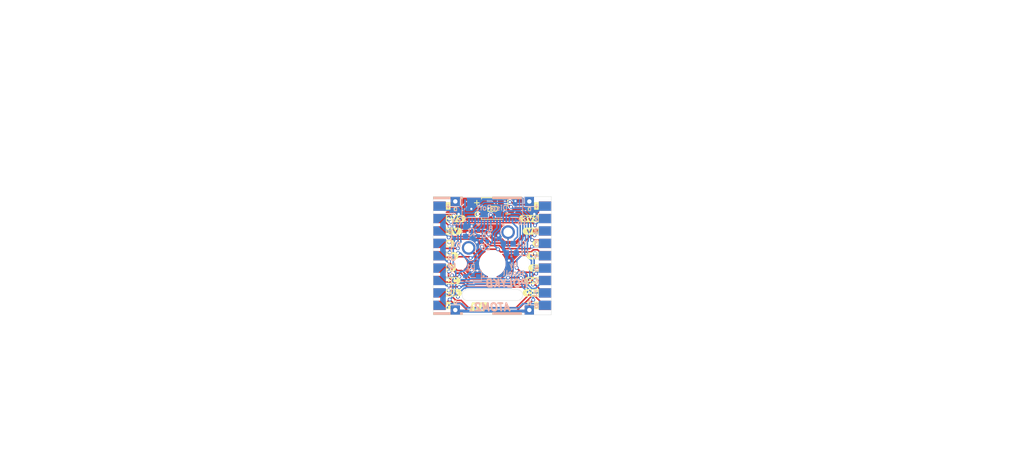
<source format=kicad_pcb>
(kicad_pcb (version 20211014) (generator pcbnew)
  (title_block (title "PolyKB Atom") (date "2022-02-01") (rev "2.1") (company "thpoll"))
  (layers (0 "F.Cu" signal) (31 "B.Cu" signal) (34 "B.Paste" user) (35 "F.Paste" user) (36 "B.SilkS" user "B.Silkscreen") (37 "F.SilkS" user "F.Silkscreen") (38 "B.Mask" user) (39 "F.Mask" user) (44 "Edge.Cuts" user))
  (net 0 "")
  (net 1 "/Keyboard/sheet605ED2EB/GND")
  (net 2 "/Keyboard/sheet605ED2EB/3V3")
  (net 3 "/Keyboard/sheet605ED2EB/4V2")
  (net 4 "Net-(C4-Pad1)")
  (net 5 "Net-(C5-Pad2)")
  (net 6 "Net-(C5-Pad1)")
  (net 7 "Net-(C6-Pad2)")
  (net 8 "Net-(C6-Pad1)")
  (net 9 "/Keyboard/sheet605ED2EB/CS")
  (net 10 "/Keyboard/sheet605ED2EB/RESET")
  (net 11 "/Keyboard/sheet605ED2EB/D-C")
  (net 12 "/Keyboard/sheet605ED2EB/SCLK")
  (net 13 "/Keyboard/sheet605ED2EB/SDIN")
  (net 14 "/Keyboard/sheet605ED2EB/LED_DIN")
  (net 15 "/Keyboard/sheet605ED2EB/5V")
  (net 16 "Net-(D1-Pad2)")
  (net 17 "/Keyboard/sheet605ED2EB/KeyRow")
  (net 18 "/Keyboard/sheet605ED2EB/KeyCol")
  (net 19 "CS8")
  (net 20 "CS7")
  (net 21 "CS6")
  (net 22 "CS5")
  (net 23 "CS4")
  (net 24 "CS3")
  (net 25 "CS2")
  (net 26 "CS1")
  (net 27 "Net-(C1-Pad1)")
  (footprint "poly_kb:AtomConnect2" (layer "F.Cu") (at 93.218 63.6778 -90)
    (fp_text reference "J3" hide)
    (fp_text value "WestFront")
  )
  (footprint "poly_kb:AtomConnect2" (layer "F.Cu") (at 110.236 63.6778 -90)
    (fp_text reference "J4" hide)
    (fp_text value "EastFront")
  )
  (footprint "poly_kb:WS2812B-Mini" (layer "F.Cu") (at 101.727 56.0578)
    (fp_text reference "LED1" hide)
    (fp_text value "LED")
  )
  (footprint "poly_kb:SW_Cherry_MX_1.00u_PCB_NoSilk" (layer "F.Cu") (at 104.267 59.8678)
    (fp_text reference "SW1" hide)
    (fp_text value "SW_Push")
  )
  (footprint "poly_kb:TestPoin_1.5x1.5mm_Drill0.7mm" (layer "F.Cu") (at 107.696 54.9148)
    (fp_text reference "J2" hide)
    (fp_text value "North")
  )
  (footprint "poly_kb:TestPoin_1.5x1.5mm_Drill0.7mm" (layer "F.Cu") (at 95.758 54.9148)
    (fp_text reference "J8" hide)
    (fp_text value "North2")
  )
  (footprint "poly_kb:TestPoin_1.5x1.5mm_Drill0.7mm" (layer "F.Cu") (at 107.696 72.4408)
    (fp_text reference "J9" hide)
    (fp_text value "South2")
  )
  (footprint "poly_kb:TestPoin_1.5x1.5mm_Drill0.7mm" (layer "F.Cu") (at 95.758 72.4408)
    (fp_text reference "J7" hide)
    (fp_text value "South")
  )
  (footprint "kibuzzard-61EFD908" (layer "F.Cu") (at 94.615 71.7042)
    (fp_text reference "kibuzzard-61EFD908" hide)
    (fp_text value "G***" hide)
  )
  (footprint "kibuzzard-61EFDD1E" (layer "F.Cu") (at 99.441 71.9328)
    (fp_text reference "kibuzzard-61EFDD1E" hide)
    (fp_text value "G***" hide)
  )
  (footprint "kibuzzard-61EFBE87" (layer "F.Cu") (at 96.0374 59.7154)
    (fp_text reference "kibuzzard-61EFBE87" hide)
    (fp_text value "G***" hide)
  )
  (footprint "kibuzzard-61EFDAC6" (layer "F.Cu") (at 108.7882 61.6966)
    (fp_text reference "kibuzzard-61EFDAC6" hide)
    (fp_text value "G***" hide)
  )
  (footprint "kibuzzard-61EFBE2C" (layer "F.Cu") (at 95.4278 67.691)
    (fp_text reference "kibuzzard-61EFBE2C" hide)
    (fp_text value "G***" hide)
  )
  (footprint "kibuzzard-61EFD947" (layer "F.Cu") (at 108.839 55.6514)
    (fp_text reference "kibuzzard-61EFD947" hide)
    (fp_text value "G***" hide)
  )
  (footprint "kibuzzard-61EFA8F1" (layer "F.Cu") (at 107.9246 69.6722)
    (fp_text reference "kibuzzard-61EFA8F1" hide)
    (fp_text value "G***" hide)
  )
  (footprint "kibuzzard-61EFDAA0" (layer "F.Cu") (at 94.9706 61.6966)
    (fp_text reference "kibuzzard-61EFDAA0" hide)
    (fp_text value "G***" hide)
  )
  (footprint "kibuzzard-61EFD7F9" (layer "F.Cu") (at 108.3818 65.659)
    (fp_text reference "kibuzzard-61EFD7F9" hide)
    (fp_text value "G***" hide)
  )
  (footprint "kibuzzard-61EFD863" (layer "F.Cu") (at 107.6198 57.6834)
    (fp_text reference "kibuzzard-61EFD863" hide)
    (fp_text value "G***" hide)
  )
  (footprint "kibuzzard-61EFD879" (layer "F.Cu") (at 95.844 57.6906)
    (fp_text reference "kibuzzard-61EFD879" hide)
    (fp_text value "G***" hide)
  )
  (footprint "kibuzzard-61EFD908" (layer "F.Cu") (at 108.839 71.7042)
    (fp_text reference "kibuzzard-61EFD908" hide)
    (fp_text value "G***" hide)
  )
  (footprint "kibuzzard-61EFACF9" (layer "F.Cu") (at 107.4166 59.7154)
    (fp_text reference "kibuzzard-61EFACF9" hide)
    (fp_text value "G***" hide)
  )
  (footprint "kibuzzard-61EFDAEE" (layer "F.Cu") (at 95.254239 63.677507)
    (fp_text reference "kibuzzard-61EFDAEE" hide)
    (fp_text value "G***" hide)
  )
  (footprint "kibuzzard-61EFBE21" (layer "F.Cu") (at 95.0722 65.659)
    (fp_text reference "kibuzzard-61EFBE21" hide)
    (fp_text value "G***" hide)
  )
  (footprint "kibuzzard-61EFABBF" (layer "F.Cu") (at 108.0262 67.691)
    (fp_text reference "kibuzzard-61EFABBF" hide)
    (fp_text value "G***" hide)
  )
  (footprint "kibuzzard-61EFD947" (layer "F.Cu") (at 94.615 55.6514)
    (fp_text reference "kibuzzard-61EFD947" hide)
    (fp_text value "G***" hide)
  )
  (footprint "kibuzzard-61EFBE3D" (layer "F.Cu") (at 95.5294 69.6722)
    (fp_text reference "kibuzzard-61EFBE3D" hide)
    (fp_text value "G***" hide)
  )
  (footprint "kibuzzard-61EFAA6D" (layer "F.Cu") (at 108.2294 63.6778)
    (fp_text reference "kibuzzard-61EFAA6D" hide)
    (fp_text value "G***" hide)
  )
  (footprint "Capacitor_SMD:C_0603_1608Metric" (layer "B.Cu") (at 104.802 63.2528 180)
    (fp_text reference "C1")
    (fp_text value "2.2uF")
  )
  (footprint "Capacitor_SMD:C_0603_1608Metric" (layer "B.Cu") (at 97.409 59.8046 90)
    (fp_text reference "C2")
    (fp_text value "2.2uF")
  )
  (footprint "Capacitor_SMD:C_0402_1005Metric" (layer "B.Cu") (at 95.123 56.9468 90)
    (fp_text reference "C3" hide)
    (fp_text value "1uF")
  )
  (footprint "Capacitor_SMD:C_0603_1608Metric" (layer "B.Cu") (at 104.302 61.7528 180)
    (fp_text reference "C4")
    (fp_text value "4.7uF")
  )
  (footprint "Capacitor_SMD:C_0402_1005Metric" (layer "B.Cu") (at 99.4918 60.0176 90)
    (fp_text reference "C5")
    (fp_text value "1uF")
  )
  (footprint "Capacitor_SMD:C_0402_1005Metric" (layer "B.Cu") (at 100.457 61.3918)
    (fp_text reference "C6")
    (fp_text value "1uF")
  )
  (footprint "poly_kb:D_SOD-323Ext" (layer "B.Cu") (at 98.425 66.9528 180)
    (fp_text reference "D1")
    (fp_text value "D_Small")
  )
  (footprint "poly_kb:FPC_16_JUSHUO_AFC05_S16FIA_00" (layer "B.Cu") (at 101.727 57.9628)
    (fp_text reference "J1" hide)
    (fp_text value "Conn_01x16")
  )
  (footprint "poly_kb:AtomConnect2" (layer "B.Cu") (at 110.236 63.6778 -90)
    (fp_text reference "J6" hide)
    (fp_text value "EastBack")
  )
  (footprint "poly_kb:AtomConnectCS" (layer "B.Cu") (at 93.218 63.6778 -90)
    (fp_text reference "J5" hide)
    (fp_text value "WestBack")
  )
  (footprint "Resistor_SMD:R_0402_1005Metric" (layer "B.Cu") (at 95.602 60.3906 -90)
    (fp_text reference "R1")
    (fp_text value "1M")
  )
  (gr_poly (pts (xy 106.4895 73.2282) (xy 101.727 73.2282) (xy 101.727 72.7964) (xy 106.4895 72.7964)) (layer "B.SilkS") (width 0) (fill solid))
  (gr_poly (pts (xy 94.9706 54.5608) (xy 92.1766 54.5608) (xy 92.1766 54.1274) (xy 94.9706 54.1274)) (layer "B.SilkS") (width 0) (fill solid))
  (gr_poly (pts (xy 96.9645 54.5608) (xy 96.5454 54.5608) (xy 96.5454 54.1274) (xy 96.9645 54.1274)) (layer "B.SilkS") (width 0) (fill solid))
  (gr_poly (pts (xy 96.9645 73.2282) (xy 96.5454 73.2282) (xy 96.5454 72.8091) (xy 96.9645 72.8091)) (layer "B.SilkS") (width 0) (fill solid))
  (gr_poly (pts (xy 94.9706 73.2282) (xy 92.202 73.2282) (xy 92.202 72.788864) (xy 94.9706 72.788864)) (layer "B.SilkS") (width 0) (fill solid))
  (gr_line (start 108.839 55.3466) (end 108.839 55.7022) (layer "B.SilkS") (width 0.12))
  (gr_line (start 95.123 63.4238) (end 95.123 59.3598) (layer "B.SilkS") (width 0.12))
  (gr_line (start 103.502 58.4778) (end 103.502 58.9278) (layer "B.SilkS") (width 0.12))
  (gr_line (start 94.615 66.7258) (end 95.123 66.7258) (layer "B.SilkS") (width 0.12))
  (gr_line (start 103.327 58.7528) (end 103.677 58.7528) (layer "B.SilkS") (width 0.12))
  (gr_line (start 94.615 55.3466) (end 94.615 55.7022) (layer "B.SilkS") (width 0.12))
  (gr_line (start 95.123 69.5198) (end 94.615 70.0278) (layer "B.SilkS") (width 0.12))
  (gr_line (start 94.615 55.7022) (end 94.361 55.7022) (layer "B.SilkS") (width 0.12))
  (gr_line (start 99.302 58.7528) (end 99.652 58.7528) (layer "B.SilkS") (width 0.12))
  (gr_line (start 108.7882 56.007) (end 108.8898 56.007) (layer "B.SilkS") (width 0.12))
  (gr_line (start 94.615 55.7022) (end 94.869 55.7022) (layer "B.SilkS") (width 0.12))
  (gr_line (start 99.402 58.7028) (end 99.552 58.7028) (layer "B.SilkS") (width 0.12))
  (gr_line (start 103.427 58.7028) (end 103.577 58.7028) (layer "B.SilkS") (width 0.12))
  (gr_line (start 99.477 58.4778) (end 99.302 58.7528) (layer "B.SilkS") (width 0.12))
  (gr_line (start 103.677 58.7528) (end 103.502 58.4778) (layer "B.SilkS") (width 0.12))
  (gr_line (start 108.839 55.7022) (end 109.093 55.7022) (layer "B.SilkS") (width 0.12))
  (gr_line (start 108.839 55.7022) (end 108.585 55.7022) (layer "B.SilkS") (width 0.12))
  (gr_poly (pts (xy 106.4895 54.5608) (xy 101.727 54.5608) (xy 101.727 54.1274) (xy 106.4895 54.1274)) (layer "B.SilkS") (width 0) (fill solid))
  (gr_line (start 94.4626 55.8546) (end 94.7674 55.8546) (layer "B.SilkS") (width 0.12))
  (gr_line (start 94.615 62.6618) (end 95.123 62.6618) (layer "B.SilkS") (width 0.12))
  (gr_line (start 99.652 58.7528) (end 99.477 58.4778) (layer "B.SilkS") (width 0.12))
  (gr_line (start 95.123 65.9638) (end 95.123 69.5198) (layer "B.SilkS") (width 0.12))
  (gr_line (start 103.502 58.4778) (end 103.327 58.7528) (layer "B.SilkS") (width 0.12))
  (gr_line (start 101.477 58.6528) (end 101.477 58.4778) (layer "B.SilkS") (width 0.12))
  (gr_line (start 95.123 59.3598) (end 94.615 58.8518) (layer "B.SilkS") (width 0.12))
  (gr_line (start 108.6866 55.8546) (end 108.9914 55.8546) (layer "B.SilkS") (width 0.12))
  (gr_line (start 99.477 58.4778) (end 99.477 58.9278) (layer "B.SilkS") (width 0.12))
  (gr_line (start 94.5642 56.007) (end 94.6658 56.007) (layer "B.SilkS") (width 0.12))
  (gr_poly (pts (xy 106.4895 54.5608) (xy 101.727 54.5608) (xy 101.727 54.1274) (xy 106.4895 54.1274)) (layer "F.SilkS") (width 0) (fill solid))
  (gr_line (start 94.7928 59.2582) (end 94.7928 59.309) (layer "F.SilkS") (width 0.12))
  (gr_line (start 108.2294 59.2074) (end 108.2294 60.2234) (layer "F.SilkS") (width 0.135))
  (gr_line (start 109.1438 59.2074) (end 109.1438 60.2234) (layer "F.SilkS") (width 0.135))
  (gr_line (start 108.712 59.309) (end 108.6612 59.309) (layer "F.SilkS") (width 0.12))
  (gr_line (start 108.712 59.2582) (end 108.712 59.309) (layer "F.SilkS") (width 0.12))
  (gr_line (start 95.0468 59.309) (end 95.0468 59.2074) (layer "F.SilkS") (width 0.12))
  (gr_line (start 108.4072 59.309) (end 108.4072 59.2074) (layer "F.SilkS") (width 0.12))
  (gr_line (start 94.3102 59.2074) (end 95.2754 59.2074) (layer "F.SilkS") (width 0.135))
  (gr_line (start 94.742 59.309) (end 94.742 59.2582) (layer "F.SilkS") (width 0.12))
  (gr_line (start 95.1992 59.309) (end 95.0468 59.309) (layer "F.SilkS") (width 0.12))
  (gr_line (start 95.2754 60.2234) (end 94.3102 60.2234) (layer "F.SilkS") (width 0.135))
  (gr_line (start 94.361 59.309) (end 94.488 59.309) (layer "F.SilkS") (width 0.12))
  (gr_line (start 108.458 59.563) (end 108.9152 59.563) (layer "F.SilkS") (width 0.12))
  (gr_line (start 94.3102 59.2074) (end 94.3102 60.2234) (layer "F.SilkS") (width 0.135))
  (gr_line (start 109.1184 59.309) (end 108.966 59.309) (layer "F.SilkS") (width 0.12))
  (gr_poly (pts (xy 96.9645 54.5608) (xy 96.5454 54.5608) (xy 96.5454 54.1274) (xy 96.9645 54.1274)) (layer "F.SilkS") (width 0) (fill solid))
  (gr_line (start 94.5388 59.563) (end 94.996 59.563) (layer "F.SilkS") (width 0.12))
  (gr_line (start 94.5388 59.9694) (end 94.996 59.9694) (layer "F.SilkS") (width 0.12))
  (gr_poly (pts (xy 94.9706 54.5608) (xy 92.1766 54.5608) (xy 92.1766 54.1274) (xy 94.9706 54.1274)) (layer "F.SilkS") (width 0) (fill solid))
  (gr_line (start 108.9152 59.7662) (end 108.458 59.7662) (layer "F.SilkS") (width 0.12))
  (gr_line (start 108.966 59.309) (end 108.966 59.2074) (layer "F.SilkS") (width 0.12))
  (gr_line (start 94.7928 59.309) (end 94.742 59.309) (layer "F.SilkS") (width 0.12))
  (gr_line (start 109.1438 60.2234) (end 108.1786 60.2234) (layer "F.SilkS") (width 0.135))
  (gr_line (start 108.2802 59.309) (end 108.4072 59.309) (layer "F.SilkS") (width 0.12))
  (gr_line (start 94.996 59.7662) (end 94.5388 59.7662) (layer "F.SilkS") (width 0.12))
  (gr_poly (pts (xy 96.9645 73.2282) (xy 96.5454 73.2282) (xy 96.5454 72.8218) (xy 96.9645 72.8218)) (layer "F.SilkS") (width 0) (fill solid))
  (gr_line (start 94.488 59.309) (end 94.488 59.2074) (layer "F.SilkS") (width 0.12))
  (gr_poly (pts (xy 106.4895 73.2282) (xy 101.727 73.2282) (xy 101.727 72.8218) (xy 106.4895 72.8218)) (layer "F.SilkS") (width 0) (fill solid))
  (gr_line (start 108.458 59.9694) (end 108.9152 59.9694) (layer "F.SilkS") (width 0.12))
  (gr_line (start 95.2246 59.2074) (end 95.2246 60.2234) (layer "F.SilkS") (width 0.135))
  (gr_line (start 108.6612 59.309) (end 108.6612 59.2582) (layer "F.SilkS") (width 0.12))
  (gr_line (start 108.1786 59.2074) (end 109.1438 59.2074) (layer "F.SilkS") (width 0.135))
  (gr_poly (pts (xy 94.9706 73.2282) (xy 92.1766 73.2282) (xy 92.1766 72.8218) (xy 94.9706 72.8218)) (layer "F.SilkS") (width 0) (fill solid))
  (gr_line (start 111.252 54.1528) (end 92.202 54.1528) (layer "Edge.Cuts") (width 0.05))
  (gr_line (start 92.202 54.1528) (end 92.202 73.2028) (layer "Edge.Cuts") (width 0.05))
  (gr_line (start 111.252 54.1528) (end 111.252 73.2028) (layer "Edge.Cuts") (width 0.05))
  (gr_line (start 111.252 73.2028) (end 92.202 73.2028) (layer "Edge.Cuts") (width 0.05))
  (gr_arc (start 105.718 69.1388) (mid 106.607 70.0278) (end 105.718 70.9168) (layer "Edge.Cuts") (width 0.05))
  (gr_line (start 105.718 69.1388) (end 97.736 69.1388) (layer "Edge.Cuts") (width 0.05))
  (gr_arc (start 97.736 70.9168) (mid 96.847 70.0278) (end 97.736 69.1388) (layer "Edge.Cuts") (width 0.05))
  (gr_line (start 105.718 70.9168) (end 97.736 70.9168) (layer "Edge.Cuts") (width 0.05))
  (gr_text "ATOM2" (at 101.7778 71.9963) (layer "B.SilkS") (effects (font (size 1.2 1.2) (thickness 0.3) italic) (justify mirror)))
  (gr_text "1" (at 108.839 57.7088) (layer "B.SilkS") (effects (font (size 0.8 0.8) (thickness 0.153)) (justify mirror)))
  (gr_text "c" (at 95.7834 71.12) (layer "B.SilkS") (effects (font (size 0.8 0.8) (thickness 0.153)) (justify mirror)))
  (gr_text "c" (at 107.7214 71.1454) (layer "B.SilkS") (effects (font (size 0.8 0.8) (thickness 0.153)) (justify mirror)))
  (gr_text "c" (at 95.7834 56.0578) (layer "B.SilkS") (effects (font (size 0.8 0.8) (thickness 0.153)) (justify mirror)))
  (gr_text ".1" (at 98.5012 72.2503) (layer "B.SilkS") (effects (font (size 0.8 0.8) (thickness 0.153)) (justify mirror)))
  (gr_text "4" (at 108.839 63.741299) (layer "B.SilkS") (effects (font (size 0.8 0.8) (thickness 0.153)) (justify mirror)))
  (gr_text "POLYKB" (at 104.14 68.1482) (layer "B.SilkS") (effects (font (size 1.2 1.2) (thickness 0.3) italic) (justify mirror)))
  (gr_text "." (at 100.302 66.5028) (layer "B.SilkS") (effects (font (size 1.2 1.2) (thickness 0.25)) (justify mirror)))
  (gr_text "2" (at 108.839 59.719633) (layer "B.SilkS") (effects (font (size 0.8 0.8) (thickness 0.153)) (justify mirror)))
  (gr_text "5" (at 108.839 65.752132) (layer "B.SilkS") (effects (font (size 0.8 0.8) (thickness 0.153)) (justify mirror)))
  (gr_text "6" (at 108.839 67.762965) (layer "B.SilkS") (effects (font (size 0.8 0.8) (thickness 0.153)) (justify mirror)))
  (gr_text "by\nthpoll" (at 105.156 65.8368) (layer "B.SilkS") (effects (font (size 0.8 0.8)) (justify mirror)))
  (gr_text "8" (at 101.477 59.3278) (layer "B.SilkS") (effects (font (size 0.8 0.8) (thickness 0.153)) (justify mirror)))
  (gr_text "16" (at 106.527 58.2778) (layer "B.SilkS") (effects (font (size 0.8 0.8) (thickness 0.153)) (justify mirror)))
  (gr_text "C3" (at 95.952 58.3278) (layer "B.SilkS") (effects (font (size 0.8 0.8)) (justify mirror)))
  (gr_text "c" (at 107.7214 56.0578) (layer "B.SilkS") (effects (font (size 0.8 0.8) (thickness 0.153)) (justify mirror)))
  (gr_text "DispPort" (at 101.6762 55.9562) (layer "B.SilkS") (effects (font (size 0.8 0.8) (thickness 0.153)) (justify mirror)))
  (gr_text "3" (at 108.839 61.730466) (layer "B.SilkS") (effects (font (size 0.8 0.8) (thickness 0.153)) (justify mirror)))
  (gr_text "CS" (at 95.123 64.6938 270) (layer "B.SilkS") (effects (font (size 1 1.2) (thickness 0.25)) (justify mirror)))
  (gr_text "." (at 97.352 57.5278) (layer "B.SilkS") (effects (font (size 1.2 1.2) (thickness 0.25)) (justify mirror)))
  (gr_text "8" (at 108.839 71.755) (layer "B.SilkS") (effects (font (size 0.8 0.8) (thickness 0.153)) (justify mirror)))
  (gr_text "7" (at 108.839 69.7738) (layer "B.SilkS") (effects (font (size 0.8 0.8) (thickness 0.153)) (justify mirror)))
  (gr_text "c" (at 95.7326 71.0946) (layer "F.SilkS") (effects (font (size 0.8 0.8) (thickness 0.153))))
  (gr_text "c" (at 107.7214 56.0578) (layer "F.SilkS") (effects (font (size 0.8 0.8) (thickness 0.153))))
  (gr_text "c" (at 107.6706 71.1454) (layer "F.SilkS") (effects (font (size 0.8 0.8) (thickness 0.153))))
  (gr_text "E" (at 101.727 56.134) (layer "F.SilkS") (effects (font (size 0.8 0.8))))
  (gr_text "D" (at 102.3112 56.134) (layer "F.SilkS") (effects (font (size 0.8 0.8))))
  (gr_text "L" (at 101.1428 56.134) (layer "F.SilkS") (effects (font (size 0.8 0.8))))
  (gr_text "c" (at 95.7834 56.0578) (layer "F.SilkS") (effects (font (size 0.8 0.8) (thickness 0.153))))
  (segment (start 98.407521 56.0578) (end 98.34306 56.122261) (width 0.5) (layer "F.Cu") (net 1))
  (segment (start 101.092 56.0578) (end 98.407521 56.0578) (width 0.5) (layer "F.Cu") (net 1))
  (segment (start 95.662917 58.91646) (end 95.585745 58.993632) (width 0.2921) (layer "F.Cu") (net 1))
  (segment (start 101.490858 56.0578) (end 102.581996 57.148938) (width 0.5) (layer "F.Cu") (net 1))
  (segment (start 98.405358 58.91646) (end 95.662917 58.91646) (width 0.2921) (layer "F.Cu") (net 1))
  (segment (start 102.581996 57.148938) (end 108.305862 57.148938) (width 0.5) (layer "F.Cu") (net 1))
  (segment (start 101.092 56.0578) (end 101.490858 56.0578) (width 0.5) (layer "F.Cu") (net 1))
  (segment (start 98.405358 58.91646) (end 101.21566 58.91646) (width 0.2921) (layer "F.Cu") (net 1))
  (segment (start 101.21566 58.91646) (end 102.702 60.4028) (width 0.2921) (layer "F.Cu") (net 1))
  (segment (start 97.640496 56.824825) (end 98.34306 56.122261) (width 0.5) (layer "F.Cu") (net 1))
  (segment (start 96.503206 56.824825) (end 97.640496 56.824825) (width 0.5) (layer "F.Cu") (net 1))
  (segment (start 108.305862 57.148938) (end 108.502 56.9528) (width 0.5) (layer "F.Cu") (net 1))
  (via (at 99.202 61.5188) (size 0.6096) (drill 0.3556) (layers "F.Cu" "B.Cu") (net 1))
  (via (at 104.394 64.4652) (size 0.6096) (drill 0.3556) (layers "F.Cu" "B.Cu") (net 1))
  (via (at 101.092 56.0578) (size 0.6096) (drill 0.3556) (layers "F.Cu" "B.Cu") (net 1))
  (via (at 98.405358 58.91646) (size 0.6096) (drill 0.3556) (layers "F.Cu" "B.Cu") (net 1))
  (via (at 108.502 56.9528) (size 0.8) (drill 0.4) (layers "F.Cu" "B.Cu") (net 1))
  (via (at 105.452 54.8528) (size 0.6096) (drill 0.3556) (layers "F.Cu" "B.Cu") (net 1))
  (via (at 102.702 60.4028) (size 0.6096) (drill 0.3556) (layers "F.Cu" "B.Cu") (net 1))
  (via (at 98.34306 56.122261) (size 0.6096) (drill 0.3556) (layers "F.Cu" "B.Cu") (net 1))
  (via (at 95.607733 58.996357) (size 0.6096) (drill 0.3556) (layers "F.Cu" "B.Cu") (net 1))
  (via (at 96.302 56.9528) (size 0.8) (drill 0.4) (layers "F.Cu" "B.Cu") (net 1))
  (via (at 99.314 66.0908) (size 0.6096) (drill 0.3556) (layers "F.Cu" "B.Cu") (net 1))
  (segment (start 102.702 60.7528) (end 102.702 60.4028) (width 0.5) (layer "B.Cu") (net 1))
  (segment (start 103.527 61.6458) (end 103.527 61.5778) (width 0.5) (layer "B.Cu") (net 1))
  (segment (start 98.452 60.7838) (end 99.187 61.5188) (width 0.2921) (layer "B.Cu") (net 1))
  (segment (start 93.472 55.6778) (end 93.979 56.1848) (width 0.5) (layer "B.Cu") (net 1))
  (segment (start 96.252 57.5528) (end 96.252 57.0028) (width 0.2921) (layer "B.Cu") (net 1))
  (segment (start 109.982 55.6778) (end 109.777 55.6778) (width 0.5) (layer "B.Cu") (net 1))
  (segment (start 95.23199 56.1848) (end 95.863181 56.1848) (width 0.5) (layer "B.Cu") (net 1))
  (segment (start 103.527 61.5778) (end 102.702 60.7528) (width 0.5) (layer "B.Cu") (net 1))
  (segment (start 103.5242 62.681) (end 103.5242 61.6458) (width 0.5) (layer "B.Cu") (net 1))
  (segment (start 95.702 58.1028) (end 96.252 57.5528) (width 0.2921) (layer "B.Cu") (net 1))
  (segment (start 96.252 57.0028) (end 96.302 56.9528) (width 0.2921) (layer "B.Cu") (net 1))
  (segment (start 98.977 58.4778) (end 98.53834 58.91646) (width 0.2921) (layer "B.Cu") (net 1))
  (segment (start 96.302 56.623619) (end 96.302 56.9528) (width 0.5) (layer "B.Cu") (net 1))
  (segment (start 97.409 58.8388) (end 97.61881 58.8388) (width 0.2921) (layer "B.Cu") (net 1))
  (segment (start 97.977 57.9628) (end 97.977 58.48061) (width 0.2921) (layer "B.Cu") (net 1))
  (segment (start 98.452 58.963102) (end 98.452 60.7838) (width 0.2921) (layer "B.Cu") (net 1))
  (segment (start 95.23199 56.1848) (end 95.23199 56.35781) (width 0.5) (layer "B.Cu") (net 1))
  (segment (start 97.977 58.48061) (end 98.405358 58.908968) (width 0.2921) (layer "B.Cu") (net 1))
  (segment (start 95.23199 56.35781) (end 95.123 56.4668) (width 0.5) (layer "B.Cu") (net 1))
  (segment (start 98.405358 58.91646) (end 98.452 58.963102) (width 0.2921) (layer "B.Cu") (net 1))
  (segment (start 109.777 55.6778) (end 108.502 56.9528) (width 0.5) (layer "B.Cu") (net 1))
  (segment (start 98.53834 58.91646) (end 98.405358 58.91646) (width 0.2921) (layer "B.Cu") (net 1))
  (segment (start 104.013 63.1698) (end 103.5242 62.681) (width 0.5) (layer "B.Cu") (net 1))
  (segment (start 95.863181 56.1848) (end 96.302 56.623619) (width 0.5) (layer "B.Cu") (net 1))
  (segment (start 95.585745 58.993632) (end 95.702 58.877377) (width 0.2921) (layer "B.Cu") (net 1))
  (segment (start 98.405358 58.908968) (end 98.405358 58.91646) (width 0.2921) (layer "B.Cu") (net 1))
  (segment (start 97.61881 58.8388) (end 97.977 58.48061) (width 0.2921) (layer "B.Cu") (net 1))
  (segment (start 93.979 56.1848) (end 95.23199 56.1848) (width 0.5) (layer "B.Cu") (net 1))
  (segment (start 95.702 58.877377) (end 95.702 58.1028) (width 0.2921) (layer "B.Cu") (net 1))
  (segment (start 98.977 57.9628) (end 98.977 58.4778) (width 0.2921) (layer "B.Cu") (net 1))
  (segment (start 93.585251 57.6778) (end 94.842315 58.934864) (width 0.25) (layer "F.Cu") (net 2))
  (segment (start 101.473 57.0738) (end 101.473 57.5818) (width 0.5) (layer "F.Cu") (net 2))
  (segment (start 101.618511 57.727311) (end 101.327489 57.727311) (width 0.5) (layer "F.Cu") (net 2))
  (segment (start 101.473 57.5818) (end 101.327489 57.727311) (width 0.5) (layer "F.Cu") (net 2))
  (segment (start 93.218 57.6778) (end 93.7244 57.1714) (width 0.5) (layer "F.Cu") (net 2))
  (segment (start 93.472 57.6778) (end 93.6696 57.4802) (width 0.5) (layer "F.Cu") (net 2))
  (segment (start 93.218 57.6778) (end 93.585251 57.6778) (width 0.25) (layer "F.Cu") (net 2))
  (segment (start 101.473 57.5818) (end 101.618511 57.727311) (width 0.5) (layer "F.Cu") (net 2))
  (segment (start 93.7244 57.1714) (end 94.869 57.1714) (width 0.5) (layer "F.Cu") (net 2))
  (segment (start 94.926892 57.229292) (end 95.491142 57.229292) (width 0.5) (layer "F.Cu") (net 2))
  (segment (start 110.112951 57.800849) (end 96.015989 57.800849) (width 0.5) (layer "F.Cu") (net 2))
  (segment (start 95.491142 57.276002) (end 95.491142 57.229292) (width 0.5) (layer "F.Cu") (net 2))
  (segment (start 94.869 57.1714) (end 94.926892 57.229292) (width 0.5) (layer "F.Cu") (net 2))
  (segment (start 93.709316 57.186484) (end 93.218 57.6778) (width 0.3) (layer "F.Cu") (net 2))
  (segment (start 101.327489 57.727311) (end 101.277489 57.777311) (width 0.5) (layer "F.Cu") (net 2))
  (segment (start 110.236 57.6778) (end 110.112951 57.800849) (width 0.5) (layer "F.Cu") (net 2))
  (segment (start 96.015989 57.800849) (end 95.491142 57.276002) (width 0.5) (layer "F.Cu") (net 2))
  (via (at 94.842315 58.934864) (size 0.6096) (drill 0.3556) (layers "F.Cu" "B.Cu") (net 2))
  (via (at 101.473 57.0738) (size 0.6096) (drill 0.3556) (layers "F.Cu" "B.Cu") (net 2))
  (via (at 95.491142 57.229292) (size 0.6096) (drill 0.3556) (layers "F.Cu" "B.Cu") (net 2))
  (segment (start 95.267846 59.8806) (end 94.842315 59.455069) (width 0.25) (layer "B.Cu") (net 2))
  (segment (start 95.123 57.4268) (end 95.293634 57.4268) (width 0.3) (layer "B.Cu") (net 2))
  (segment (start 94.842315 59.455069) (end 94.842315 58.934864) (width 0.25) (layer "B.Cu") (net 2))
  (segment (start 95.293634 57.4268) (end 95.491142 57.229292) (width 0.3) (layer "B.Cu") (net 2))
  (segment (start 101.977 57.9628) (end 101.977 57.2778) (width 0.3) (layer "B.Cu") (net 2))
  (segment (start 101.773 57.0738) (end 101.473 57.0738) (width 0.3) (layer "B.Cu") (net 2))
  (segment (start 101.977 57.2778) (end 101.773 57.0738) (width 0.3) (layer "B.Cu") (net 2))
  (segment (start 95.644 59.8806) (end 95.267846 59.8806) (width 0.25) (layer "B.Cu") (net 2))
  (segment (start 105.5818 61.5528) (end 103.702 61.5528) (width 0.5) (layer "F.Cu") (net 3))
  (segment (start 103.258701 61.109501) (end 102.002089 61.109501) (width 0.5) (layer "F.Cu") (net 3))
  (segment (start 100.633388 59.7408) (end 101.128688 60.2361) (width 0.5) (layer "F.Cu") (net 3))
  (segment (start 107.4568 59.6778) (end 105.5818 61.5528) (width 0.5) (layer "F.Cu") (net 3))
  (segment (start 102.002089 61.109501) (end 101.128688 60.2361) (width 0.5) (layer "F.Cu") (net 3))
  (segment (start 97.752 59.8044) (end 97.752 60.0028) (width 0.5) (layer "F.Cu") (net 3))
  (segment (start 93.281 59.7408) (end 100.633388 59.7408) (width 0.5) (layer "F.Cu") (net 3))
  (segment (start 109.982 59.6778) (end 107.4568 59.6778) (width 0.5) (layer "F.Cu") (net 3))
  (segment (start 93.218 59.6778) (end 93.281 59.7408) (width 0.5) (layer "F.Cu") (net 3))
  (segment (start 103.702 61.5528) (end 103.258701 61.109501) (width 0.5) (layer "F.Cu") (net 3))
  (via (at 101.128688 60.2361) (size 0.6096) (drill 0.3556) (layers "F.Cu" "B.Cu") (net 3))
  (via (at 97.752 60.0028) (size 0.6096) (drill 0.3556) (layers "F.Cu" "B.Cu") (net 3))
  (segment (start 101.477 57.9628) (end 101.477 59.571705) (width 0.3) (layer "B.Cu") (net 3))
  (segment (start 101.128688 59.920017) (end 101.128688 60.2361) (width 0.3) (layer "B.Cu") (net 3))
  (segment (start 97.409 60.3888) (end 97.752 60.0458) (width 0.3) (layer "B.Cu") (net 3))
  (segment (start 97.752 60.0458) (end 97.752 60.0028) (width 0.3) (layer "B.Cu") (net 3))
  (segment (start 101.477 59.571705) (end 101.128688 59.920017) (width 0.3) (layer "B.Cu") (net 3))
  (segment (start 104.977 58.3486) (end 104.977 57.9628) (width 0.254) (layer "B.Cu") (net 4))
  (segment (start 105.794 60.598892) (end 105.794 59.1656) (width 0.254) (layer "B.Cu") (net 4))
  (segment (start 105.794 59.1656) (end 104.977 58.3486) (width 0.254) (layer "B.Cu") (net 4))
  (segment (start 105.296 61.096892) (end 105.794 60.598892) (width 0.254) (layer "B.Cu") (net 4))
  (segment (start 105.296 61.6458) (end 105.296 61.096892) (width 0.254) (layer "B.Cu") (net 4))
  (segment (start 99.4918 59.35762) (end 99.4918 59.5376) (width 0.254) (layer "B.Cu") (net 5))
  (segment (start 99.977 58.87242) (end 99.4918 59.35762) (width 0.254) (layer "B.Cu") (net 5))
  (segment (start 99.977 57.9628) (end 99.977 58.87242) (width 0.254) (layer "B.Cu") (net 5))
  (segment (start 99.477 58.64911) (end 98.90228 59.22383) (width 0.254) (layer "B.Cu") (net 6))
  (segment (start 98.90228 59.90808) (end 99.4918 60.4976) (width 0.254) (layer "B.Cu") (net 6))
  (segment (start 98.90228 59.22383) (end 98.90228 59.90808) (width 0.254) (layer "B.Cu") (net 6))
  (segment (start 99.477 57.9628) (end 99.477 58.64911) (width 0.254) (layer "B.Cu") (net 6))
  (segment (start 100.544987 60.999787) (end 100.937 61.3918) (width 0.254) (layer "B.Cu") (net 7))
  (segment (start 100.977 57.9628) (end 100.977 59.3826) (width 0.254) (layer "B.Cu") (net 7))
  (segment (start 100.977 59.3826) (end 100.544987 59.814613) (width 0.254) (layer "B.Cu") (net 7))
  (segment (start 100.544987 59.814613) (end 100.544987 60.999787) (width 0.254) (layer "B.Cu") (net 7))
  (segment (start 100.437099 59.070541) (end 100.12752 59.38012) (width 0.254) (layer "B.Cu") (net 8))
  (segment (start 100.477 57.9628) (end 100.437099 58.002701) (width 0.254) (layer "B.Cu") (net 8))
  (segment (start 100.12752 61.24128) (end 99.977 61.3918) (width 0.254) (layer "B.Cu") (net 8))
  (segment (start 100.12752 59.38012) (end 100.12752 61.24128) (width 0.254) (layer "B.Cu") (net 8))
  (segment (start 100.437099 58.002701) (end 100.437099 59.070541) (width 0.254) (layer "B.Cu") (net 8))
  (segment (start 96.202 63.2528) (end 94.952 63.2528) (width 0.254) (layer "F.Cu") (net 9))
  (segment (start 94.952 63.2528) (end 94.852 63.1528) (width 0.254) (layer "F.Cu") (net 9))
  (segment (start 95.458198 67.059304) (end 95.251694 66.8528) (width 0.254) (layer "F.Cu") (net 9))
  (segment (start 96.419094 67.059304) (end 95.458198 67.059304) (width 0.254) (layer "F.Cu") (net 9))
  (via (at 96.202 63.2528) (size 0.6096) (drill 0.3556) (layers "F.Cu" "B.Cu") (net 9))
  (via (at 95.251694 66.8528) (size 0.6096) (drill 0.3556) (layers "F.Cu" "B.Cu") (net 9))
  (via (at 94.852 63.1528) (size 0.6096) (drill 0.3556) (layers "F.Cu" "B.Cu") (net 9))
  (via (at 96.419094 67.059304) (size 0.6096) (drill 0.3556) (layers "F.Cu" "B.Cu") (net 9))
  (segment (start 95.340179 61.913081) (end 94.852 62.40126) (width 0.254) (layer "B.Cu") (net 9))
  (segment (start 98.53829 64.6938) (end 97.79 64.6938) (width 0.254) (layer "B.Cu") (net 9))
  (segment (start 95.602 60.9006) (end 95.602 61.354713) (width 0.254) (layer "B.Cu") (net 9))
  (segment (start 97.79 64.6938) (end 97.79 65.4812) (width 0.254) (layer "B.Cu") (net 9))
  (segment (start 102.477 59.178277) (end 101.712388 59.942889) (width 0.254) (layer "B.Cu") (net 9))
  (segment (start 98.043873 64.6938) (end 96.602873 63.2528) (width 0.254) (layer "B.Cu") (net 9))
  (segment (start 94.243 69.9028) (end 95.077479 69.9028) (width 0.254) (layer "B.Cu") (net 9))
  (segment (start 93.968 67.1778) (end 94.926694 67.1778) (width 0.254) (layer "B.Cu") (net 9))
  (segment (start 94.926694 67.1778) (end 95.251694 66.8528) (width 0.254) (layer "B.Cu") (net 9))
  (segment (start 95.385701 69.594578) (end 95.385701 67.008316) (width 0.254) (layer "B.Cu") (net 9))
  (segment (start 97.060251 66.210949) (end 96.698651 66.210949) (width 0.254) (layer "B.Cu") (net 9))
  (segment (start 95.385701 67.008316) (end 95.25 66.872615) (width 0.254) (layer "B.Cu") (net 9))
  (segment (start 97.79 65.4812) (end 97.060251 66.210949) (width 0.254) (layer "B.Cu") (net 9))
  (segment (start 93.968 70.1778) (end 94.243 69.9028) (width 0.254) (layer "B.Cu") (net 9))
  (segment (start 101.712388 59.942889) (end 101.712388 61.519702) (width 0.254) (layer "B.Cu") (net 9))
  (segment (start 95.340179 61.616532) (end 95.340179 61.913081) (width 0.254) (layer "B.Cu") (net 9))
  (segment (start 95.25 66.8528) (end 95.251694 66.8528) (width 0.254) (layer "B.Cu") (net 9))
  (segment (start 93.968 59.149142) (end 93.968 58.1778) (width 0.25) (layer "B.Cu") (net 9))
  (segment (start 95.602 60.783142) (end 93.968 59.149142) (width 0.25) (layer "B.Cu") (net 9))
  (segment (start 96.698651 66.210949) (end 96.419094 66.490506) (width 0.254) (layer "B.Cu") (net 9))
  (segment (start 93.976 63.1698) (end 94.835 63.1698) (width 0.254) (layer "B.Cu") (net 9))
  (segment (start 94.852 62.40126) (end 94.852 63.1528) (width 0.254) (layer "B.Cu") (net 9))
  (segment (start 96.602873 63.2528) (end 96.202 63.2528) (width 0.254) (layer "B.Cu") (net 9))
  (segment (start 95.602 60.9006) (end 95.602 60.783142) (width 0.25) (layer "B.Cu") (net 9))
  (segment (start 101.712388 61.519702) (end 98.53829 64.6938) (width 0.254) (layer "B.Cu") (net 9))
  (segment (start 102.477 57.9628) (end 102.477 59.178277) (width 0.254) (layer "B.Cu") (net 9))
  (segment (start 96.419094 66.490506) (end 96.419094 67.059304) (width 0.254) (layer "B.Cu") (net 9))
  (segment (start 94.835 63.1698) (end 94.852 63.1528) (width 0.254) (layer "B.Cu") (net 9))
  (segment (start 95.077479 69.9028) (end 95.385701 69.594578) (width 0.254) (layer "B.Cu") (net 9))
  (segment (start 95.602 61.354713) (end 95.340179 61.616532) (width 0.254) (layer "B.Cu") (net 9))
  (segment (start 96.098809 63.931133) (end 96.188663 63.841279) (width 0.254) (layer "F.Cu") (net 10))
  (segment (start 109.016199 62.711999) (end 108.431662 62.711999) (width 0.254) (layer "F.Cu") (net 10))
  (segment (start 108.379406 62.764255) (end 108.282929 62.764255) (width 0.254) (layer "F.Cu") (net 10))
  (segment (start 107.982873 63.064311) (end 103.06453 63.064311) (width 0.254) (layer "F.Cu") (net 10))
  (segment (start 108.431662 62.711999) (end 108.379406 62.764255) (width 0.254) (layer "F.Cu") (net 10))
  (segment (start 98.017679 63.841279) (end 98.2225 64.0461) (width 0.254) (layer "F.Cu") (net 10))
  (segment (start 108.282929 62.764255) (end 107.982873 63.064311) (width 0.254) (layer "F.Cu") (net 10))
  (segment (start 93.471333 63.931133) (end 96.098809 63.931133) (width 0.254) (layer "F.Cu") (net 10))
  (segment (start 109.982 63.6778) (end 109.016199 62.711999) (width 0.254) (layer "F.Cu") (net 10))
  (segment (start 100.474023 62.628023) (end 102.628242 62.628023) (width 0.254) (layer "F.Cu") (net 10))
  (segment (start 100.0506 62.2046) (end 100.474023 62.628023) (width 0.254) (layer "F.Cu") (net 10))
  (segment (start 96.188663 63.841279) (end 98.017679 63.841279) (width 0.254) (layer "F.Cu") (net 10))
  (segment (start 93.218 63.6778) (end 93.471333 63.931133) (width 0.254) (layer "F.Cu") (net 10))
  (segment (start 103.06453 63.064311) (end 102.628242 62.628023) (width 0.254) (layer "F.Cu") (net 10))
  (via (at 98.2225 64.0461) (size 0.6096) (drill 0.3556) (layers "F.Cu" "B.Cu") (net 10))
  (via (at 102.628242 62.628023) (size 0.6096) (drill 0.3556) (layers "F.Cu" "B.Cu") (net 10))
  (via (at 100.0506 62.2046) (size 0.6096) (drill 0.3556) (layers "F.Cu" "B.Cu") (net 10))
  (segment (start 102.118299 62.11808) (end 102.628242 62.628023) (width 0.254) (layer "B.Cu") (net 10))
  (segment (start 100.0506 62.44808) (end 98.45258 64.0461) (width 0.254) (layer "B.Cu") (net 10))
  (segment (start 102.118299 60.111022) (end 102.118299 62.11808) (width 0.254) (layer "B.Cu") (net 10))
  (segment (start 102.977 57.9628) (end 102.977 59.252321) (width 0.254) (layer "B.Cu") (net 10))
  (segment (start 102.977 59.252321) (end 102.118299 60.111022) (width 0.254) (layer "B.Cu") (net 10))
  (segment (start 98.45258 64.0461) (end 98.2225 64.0461) (width 0.254) (layer "B.Cu") (net 10))
  (segment (start 100.0506 62.2046) (end 100.0506 62.44808) (width 0.254) (layer "B.Cu") (net 10))
  (segment (start 94.943778 67.919099) (end 95.146291 68.121612) (width 0.254) (layer "F.Cu") (net 11))
  (segment (start 93.472 67.6778) (end 93.713299 67.919099) (width 0.254) (layer "F.Cu") (net 11))
  (segment (start 97.084152 68.121612) (end 97.69494 68.7324) (width 0.254) (layer "F.Cu") (net 11))
  (segment (start 107.033982 68.7324) (end 108.134035 67.632347) (width 0.254) (layer "F.Cu") (net 11))
  (segment (start 93.713299 67.919099) (end 94.943778 67.919099) (width 0.254) (layer "F.Cu") (net 11))
  (segment (start 108.565087 67.632347) (end 108.61054 67.6778) (width 0.254) (layer "F.Cu") (net 11))
  (segment (start 97.69494 68.7324) (end 107.033982 68.7324) (width 0.254) (layer "F.Cu") (net 11))
  (segment (start 108.61054 67.6778) (end 109.982 67.6778) (width 0.254) (layer "F.Cu") (net 11))
  (segment (start 108.134035 67.632347) (end 108.565087 67.632347) (width 0.254) (layer "F.Cu") (net 11))
  (segment (start 95.146291 68.121612) (end 97.084152 68.121612) (width 0.254) (layer "F.Cu") (net 11))
  (via (at 108.565086 67.632351) (size 0.6096) (drill 0.3556) (layers "F.Cu" "B.Cu") (net 11))
  (segment (start 108.245644 67.312904) (end 108.565087 67.632347) (width 0.254) (layer "B.Cu") (net 11))
  (segment (start 103.477 56.8478) (end 103.886 56.4388) (width 0.254) (layer "B.Cu") (net 11))
  (segment (start 107.512044 61.310528) (end 107.384044 61.438528) (width 0.254) (layer "B.Cu") (net 11))
  (segment (start 108.213588 66.728595) (end 108.245644 66.760651) (width 0.254) (layer "B.Cu") (net 11))
  (segment (start 107.384044 57.603518) (end 107.512044 57.731518) (width 0.254) (layer "B.Cu") (net 11))
  (segment (start 103.477 57.9628) (end 103.477 56.8478) (width 0.254) (layer "B.Cu") (net 11))
  (segment (start 103.886 56.4388) (end 106.220738 56.4388) (width 0.254) (layer "B.Cu") (net 11))
  (segment (start 107.384044 61.438528) (end 107.384044 63.198224) (width 0.254) (layer "B.Cu") (net 11))
  (segment (start 106.220738 56.4388) (end 107.384044 57.602107) (width 0.254) (layer "B.Cu") (net 11))
  (segment (start 108.213588 66.153432) (end 108.213588 66.728595) (width 0.254) (layer "B.Cu") (net 11))
  (segment (start 107.512044 57.731518) (end 107.512044 61.310528) (width 0.254) (layer "B.Cu") (net 11))
  (segment (start 108.473511 64.287691) (end 108.473511 65.893509) (width 0.254) (layer "B.Cu") (net 11))
  (segment (start 107.384044 63.198224) (end 108.473511 64.287691) (width 0.254) (layer "B.Cu") (net 11))
  (segment (start 108.473511 65.893509) (end 108.213588 66.153432) (width 0.254) (layer "B.Cu") (net 11))
  (segment (start 107.384044 57.602107) (end 107.384044 57.603518) (width 0.254) (layer "B.Cu") (net 11))
  (segment (start 108.245644 66.760651) (end 108.245644 67.312904) (width 0.254) (layer "B.Cu") (net 11))
  (segment (start 93.472 69.6778) (end 93.863299 70.069099) (width 0.254) (layer "F.Cu") (net 12))
  (segment (start 105.521445 72.0852) (end 107.928845 69.6778) (width 0.254) (layer "F.Cu") (net 12))
  (segment (start 93.863299 70.069099) (end 95.043778 70.069099) (width 0.254) (layer "F.Cu") (net 12))
  (segment (start 97.909444 72.0852) (end 105.521445 72.0852) (width 0.254) (layer "F.Cu") (net 12))
  (segment (start 95.866779 70.8921) (end 96.716344 70.8921) (width 0.254) (layer "F.Cu") (net 12))
  (segment (start 95.043778 70.069099) (end 95.866779 70.8921) (width 0.254) (layer "F.Cu") (net 12))
  (segment (start 108.64399 68.33979) (end 108.277757 68.33979) (width 0.254) (layer "F.Cu") (net 12))
  (segment (start 109.982 69.6778) (end 108.64399 68.33979) (width 0.254) (layer "F.Cu") (net 12))
  (segment (start 107.928845 69.6778) (end 110.236 69.6778) (width 0.254) (layer "F.Cu") (net 12))
  (segment (start 96.716344 70.8921) (end 97.909444 72.0852) (width 0.254) (layer "F.Cu") (net 12))
  (via (at 108.277762 68.339792) (size 0.6096) (drill 0.3556) (layers "F.Cu" "B.Cu") (net 12))
  (segment (start 106.954033 57.780223) (end 106.954033 57.780927) (width 0.254) (layer "B.Cu") (net 12))
  (segment (start 108.044 64.4656) (end 108.044 65.7156) (width 0.254) (layer "B.Cu") (net 12))
  (segment (start 108.044 65.7156) (end 107.784067 65.975533) (width 0.254) (layer "B.Cu") (net 12))
  (segment (start 107.816133 66.93856) (end 107.816133 67.709719) (width 0.254) (layer "B.Cu") (net 12))
  (segment (start 107.784067 65.975533) (end 107.784067 66.906494) (width 0.254) (layer "B.Cu") (net 12))
  (segment (start 106.954033 63.375633) (end 108.044 64.4656) (width 0.254) (layer "B.Cu") (net 12))
  (segment (start 106.042624 56.868811) (end 106.954033 57.780223) (width 0.254) (layer "B.Cu") (net 12))
  (segment (start 106.954033 57.780927) (end 107.082533 57.909427) (width 0.254) (layer "B.Cu") (net 12))
  (segment (start 107.082533 57.909427) (end 107.082533 61.132619) (width 0.254) (layer "B.Cu") (net 12))
  (segment (start 104.344989 56.868811) (end 106.042624 56.868811) (width 0.254) (layer "B.Cu") (net 12))
  (segment (start 106.954033 61.261119) (end 106.954033 63.375633) (width 0.254) (layer "B.Cu") (net 12))
  (segment (start 107.816133 67.709719) (end 108.277757 68.171343) (width 0.254) (layer "B.Cu") (net 12))
  (segment (start 108.277757 68.171343) (end 108.277757 68.33979) (width 0.254) (layer "B.Cu") (net 12))
  (segment (start 107.082533 61.132619) (end 106.954033 61.261119) (width 0.254) (layer "B.Cu") (net 12))
  (segment (start 107.784067 66.906494) (end 107.816133 66.93856) (width 0.254) (layer "B.Cu") (net 12))
  (segment (start 103.977 57.2368) (end 104.344989 56.868811) (width 0.254) (layer "B.Cu") (net 12))
  (segment (start 103.977 57.9628) (end 103.977 57.2368) (width 0.254) (layer "B.Cu") (net 12))
  (segment (start 97.002795 66.825415) (end 98.050758 67.873378) (width 0.254) (layer "F.Cu") (net 13))
  (segment (start 95.926483 66.507812) (end 96.145107 66.507812) (width 0.254) (layer "F.Cu") (net 13))
  (segment (start 93.516802 65.632998) (end 95.051669 65.632998) (width 0.254) (layer "F.Cu") (net 13))
  (segment (start 95.051669 65.632998) (end 95.926483 66.507812) (width 0.254) (layer "F.Cu") (net 13))
  (segment (start 96.145107 66.507812) (end 96.177316 66.475603) (width 0.254) (layer "F.Cu") (net 13))
  (segment (start 96.660872 66.475603) (end 97.002795 66.817526) (width 0.254) (layer "F.Cu") (net 13))
  (segment (start 108.697107 65.6778) (end 108.022278 66.352629) (width 0.254) (layer "F.Cu") (net 13))
  (segment (start 109.982 65.6778) (end 108.697107 65.6778) (width 0.254) (layer "F.Cu") (net 13))
  (segment (start 106.362651 66.352629) (end 105.6641 65.654078) (width 0.254) (layer "F.Cu") (net 13))
  (segment (start 93.472 65.6778) (end 93.516802 65.632998) (width 0.254) (layer "F.Cu") (net 13))
  (segment (start 108.022278 66.352629) (end 107.170429 66.352629) (width 0.254) (layer "F.Cu") (net 13))
  (segment (start 106.579146 67.873378) (end 107.170429 67.282095) (width 0.254) (layer "F.Cu") (net 13))
  (segment (start 98.050758 67.873378) (end 106.579146 67.873378) (width 0.254) (layer "F.Cu") (net 13))
  (segment (start 96.177316 66.475603) (end 96.660872 66.475603) (width 0.254) (layer "F.Cu") (net 13))
  (segment (start 107.170429 67.282095) (end 107.170429 66.352629) (width 0.254) (layer "F.Cu") (net 13))
  (segment (start 97.002795 66.817526) (end 97.002795 66.825415) (width 0.254) (layer "F.Cu") (net 13))
  (segment (start 107.170429 66.352629) (end 106.362651 66.352629) (width 0.254) (layer "F.Cu") (net 13))
  (via (at 105.664102 65.654072) (size 0.6096) (drill 0.3556) (layers "F.Cu" "B.Cu") (net 13))
  (segment (start 106.653022 58.087336) (end 106.653022 60.95471) (width 0.254) (layer "B.Cu") (net 13))
  (segment (start 106.524022 61.08371) (end 106.524022 63.567277) (width 0.254) (layer "B.Cu") (net 13))
  (segment (start 106.653022 60.95471) (end 106.524022 61.08371) (width 0.254) (layer "B.Cu") (net 13))
  (segment (start 106.524022 63.567277) (end 105.6641 64.427199) (width 0.254) (layer "B.Cu") (net 13))
  (segment (start 104.477 57.483798) (end 104.661976 57.298822) (width 0.254) (layer "B.Cu") (net 13))
  (segment (start 105.864508 57.298822) (end 106.653022 58.087336) (width 0.254) (layer "B.Cu") (net 13))
  (segment (start 104.477 57.9628) (end 104.477 57.483798) (width 0.254) (layer "B.Cu") (net 13))
  (segment (start 104.661976 57.298822) (end 105.864508 57.298822) (width 0.254) (layer "B.Cu") (net 13))
  (segment (start 105.6641 64.427199) (end 105.6641 65.654078) (width 0.254) (layer "B.Cu") (net 13))
  (segment (start 109.457 61.1528) (end 108.152 61.1528) (width 0.254) (layer "F.Cu") (net 14))
  (segment (start 99.352 56.9528) (end 100.257 56.9528) (width 0.254) (layer "F.Cu") (net 14))
  (segment (start 94.032638 62.492438) (end 96.160345 62.492438) (width 0.254) (layer "F.Cu") (net 14))
  (segment (start 104.387994 55.566978) (end 104.611342 55.790326) (width 0.254) (layer "F.Cu") (net 14))
  (segment (start 104.611342 55.790326) (end 104.73857 55.790326) (width 0.254) (layer "F.Cu") (net 14))
  (segment (start 100.257 56.9528) (end 100.262 56.9478) (width 0.254) (layer "F.Cu") (net 14))
  (segment (start 103.491178 55.566978) (end 104.387994 55.566978) (width 0.254) (layer "F.Cu") (net 14))
  (segment (start 109.982 61.6778) (end 109.457 61.1528) (width 0.254) (layer "F.Cu") (net 14))
  (segment (start 93.218 61.6778) (end 94.032638 62.492438) (width 0.254) (layer "F.Cu") (net 14))
  (segment (start 103.092 55.1678) (end 103.491178 55.566978) (width 0.254) (layer "F.Cu") (net 14))
  (via (at 99.352 56.9528) (size 0.6096) (drill 0.3556) (layers "F.Cu" "B.Cu") (net 14))
  (via (at 104.73857 55.790326) (size 0.6096) (drill 0.3556) (layers "F.Cu" "B.Cu") (net 14))
  (via (at 108.152 61.1528) (size 0.6096) (drill 0.3556) (layers "F.Cu" "B.Cu") (net 14))
  (via (at 96.160345 62.492438) (size 0.6096) (drill 0.3556) (layers "F.Cu" "B.Cu") (net 14))
  (segment (start 96.160345 61.944455) (end 96.160345 62.492438) (width 0.254) (layer "B.Cu") (net 14))
  (segment (start 107.941555 57.551491) (end 106.398853 56.008789) (width 0.254) (layer "B.Cu") (net 14))
  (segment (start 106.398853 56.008789) (end 104.957033 56.008789) (width 0.254) (layer "B.Cu") (net 14))
  (segment (start 96.65448 58.404821) (end 96.65448 61.45032) (width 0.254) (layer "B.Cu") (net 14))
  (segment (start 97.772189 57.287111) (end 96.65448 58.404821) (width 0.254) (layer "B.Cu") (net 14))
  (segment (start 104.957033 56.008789) (end 104.73857 55.790326) (width 0.254) (layer "B.Cu") (net 14))
  (segment (start 99.017689 57.287111) (end 97.772189 57.287111) (width 0.254) (layer "B.Cu") (net 14))
  (segment (start 107.941555 60.942355) (end 107.941555 57.551491) (width 0.254) (layer "B.Cu") (net 14))
  (segment (start 108.152 61.1528) (end 107.941555 60.942355) (width 0.254) (layer "B.Cu") (net 14))
  (segment (start 96.65448 61.45032) (end 96.160345 61.944455) (width 0.254) (layer "B.Cu") (net 14))
  (segment (start 99.352 56.9528) (end 99.017689 57.287111) (width 0.254) (layer "B.Cu") (net 14))
  (segment (start 109.847089 56.066711) (end 105.461612 56.066711) (width 0.5) (layer "F.Cu") (net 15))
  (segment (start 101.5228 55.1678) (end 97.787 55.1678) (width 0.5) (layer "F.Cu") (net 15))
  (segment (start 105.461612 56.066711) (end 105.031296 56.497027) (width 0.5) (layer "F.Cu") (net 15))
  (segment (start 109.602 56.0578) (end 109.982 55.6778) (width 0.5) (layer "F.Cu") (net 15))
  (segment (start 97.787 55.1678) (end 96.888089 56.066711) (width 0.5) (layer "F.Cu") (net 15))
  (segment (start 102.450889 56.095889) (end 101.5228 55.1678) (width 0.5) (layer "F.Cu") (net 15))
  (segment (start 105.031296 56.497027) (end 104.445844 56.497027) (width 0.5) (layer "F.Cu") (net 15))
  (segment (start 110.236 55.6778) (end 109.847089 56.066711) (width 0.5) (layer "F.Cu") (net 15))
  (segment (start 104.044706 56.095889) (end 102.450889 56.095889) (width 0.5) (layer "F.Cu") (net 15))
  (segment (start 104.445844 56.497027) (end 104.044706 56.095889) (width 0.5) (layer "F.Cu") (net 15))
  (segment (start 93.472 55.6778) (end 93.839001 56.044801) (width 0.5) (layer "F.Cu") (net 15))
  (segment (start 93.606911 56.066711) (end 93.218 55.6778) (width 0.5) (layer "F.Cu") (net 15))
  (segment (start 96.888089 56.066711) (end 93.606911 56.066711) (width 0.5) (layer "F.Cu") (net 15))
  (segment (start 99.016999 63.507799) (end 99.016999 65.422601) (width 0.4) (layer "F.Cu") (net 16))
  (segment (start 97.917 62.4078) (end 99.016999 63.507799) (width 0.4) (layer "F.Cu") (net 16))
  (segment (start 99.016999 65.422601) (end 98.3996 66.04) (width 0.4) (layer "F.Cu") (net 16))
  (via (at 98.3996 66.04) (size 0.6096) (drill 0.3556) (layers "F.Cu" "B.Cu") (net 16))
  (segment (start 98.3996 66.1162) (end 98.3996 66.04) (width 0.4) (layer "B.Cu") (net 16))
  (segment (start 97.536 66.9798) (end 98.3996 66.1162) (width 0.4) (layer "B.Cu") (net 16))
  (segment (start 97.325 66.9798) (end 97.536 66.9798) (width 0.25) (layer "B.Cu") (net 16))
  (segment (start 95.414998 71.315798) (end 94.852 70.7528) (width 0.254) (layer "F.Cu") (net 17))
  (segment (start 97.730756 72.514711) (end 96.531843 71.315798) (width 0.254) (layer "F.Cu") (net 17))
  (segment (start 108.068239 70.204998) (end 106.901552 71.371685) (width 0.254) (layer "F.Cu") (net 17))
  (segment (start 96.531843 71.315798) (end 95.414998 71.315798) (width 0.254) (layer "F.Cu") (net 17))
  (segment (start 106.901552 71.371685) (end 106.84238 71.371685) (width 0.254) (layer "F.Cu") (net 17))
  (segment (start 110.236 71.6778) (end 110.084508 71.6778) (width 0.254) (layer "F.Cu") (net 17))
  (segment (start 106.84238 71.371685) (end 105.699354 72.514711) (width 0.254) (layer "F.Cu") (net 17))
  (segment (start 93.927 71.6778) (end 94.852 70.7528) (width 0.254) (layer "F.Cu") (net 17))
  (segment (start 110.084508 71.6778) (end 108.611706 70.204998) (width 0.254) (layer "F.Cu") (net 17))
  (segment (start 108.611706 70.204998) (end 108.068239 70.204998) (width 0.254) (layer "F.Cu") (net 17))
  (segment (start 93.472 71.6778) (end 93.927 71.6778) (width 0.254) (layer "F.Cu") (net 17))
  (segment (start 105.699354 72.514711) (end 97.730756 72.514711) (width 0.254) (layer "F.Cu") (net 17))
  (via (at 94.852 70.7528) (size 0.6096) (drill 0.3556) (layers "F.Cu" "B.Cu") (net 17))
  (segment (start 96.80884 68.057836) (end 96.810239 68.056437) (width 0.254) (layer "B.Cu") (net 17))
  (segment (start 96.810239 68.056437) (end 96.998363 68.056437) (width 0.254) (layer "B.Cu") (net 17))
  (segment (start 95.798 69.8568) (end 95.052 70.6028) (width 0.254) (layer "B.Cu") (net 17))
  (segment (start 104.267 62.21105) (end 104.267 59.8678) (width 0.254) (layer "B.Cu") (net 17))
  (segment (start 95.802 69.8568) (end 95.798 69.8568) (width 0.254) (layer "B.Cu") (net 17))
  (segment (start 95.052 70.6028) (end 94.902 70.7528) (width 0.254) (layer "B.Cu") (net 17))
  (segment (start 104.802 62.74605) (end 104.267 62.21105) (width 0.254) (layer "B.Cu") (net 17))
  (segment (start 104.852993 67.45035) (end 104.85404 67.449303) (width 0.254) (layer "B.Cu") (net 17))
  (segment (start 105.0798 66.4718) (end 105.0798 64.209349) (width 0.254) (layer "B.Cu") (net 17))
  (segment (start 98.657622 67.797178) (end 104.56913 67.797178) (width 0.254) (layer "B.Cu") (net 17))
  (segment (start 94.902 70.7528) (end 94.852 70.7528) (width 0.254) (layer "B.Cu") (net 17))
  (segment (start 104.56913 67.797178) (end 104.851802 67.514506) (width 0.254) (layer "B.Cu") (net 17))
  (segment (start 104.85404 67.449303) (end 104.85404 66.69756) (width 0.254) (layer "B.Cu") (net 17))
  (segment (start 104.852993 67.469713) (end 104.852993 67.45035) (width 0.254) (layer "B.Cu") (net 17))
  (segment (start 104.85404 66.69756) (end 105.0798 66.4718) (width 0.254) (layer "B.Cu") (net 17))
  (segment (start 96.59206 68.057836) (end 96.80884 68.057836) (width 0.254) (layer "B.Cu") (net 17))
  (segment (start 96.998363 68.056437) (end 97.002 68.0528) (width 0.254) (layer "B.Cu") (net 17))
  (segment (start 95.802 69.8568) (end 95.802 68.382863) (width 0.254) (layer "B.Cu") (net 17))
  (segment (start 97.098363 68.056437) (end 97.202 67.9528) (width 0.254) (layer "B.Cu") (net 17))
  (segment (start 96.126529 68.058334) (end 96.255295 68.058333) (width 0.254) (layer "B.Cu") (net 17))
  (segment (start 96.255295 68.058333) (end 96.591563 68.058333) (width 0.254) (layer "B.Cu") (net 17))
  (segment (start 104.802 63.931549) (end 104.802 62.74605) (width 0.254) (layer "B.Cu") (net 17))
  (segment (start 96.998363 68.056437) (end 97.098363 68.056437) (width 0.254) (layer "B.Cu") (net 17))
  (segment (start 98.502 67.9528) (end 98.657622 67.797178) (width 0.254) (layer "B.Cu") (net 17))
  (segment (start 104.851802 67.470904) (end 104.852993 67.469713) (width 0.254) (layer "B.Cu") (net 17))
  (segment (start 95.802 68.382863) (end 96.126529 68.058334) (width 0.254) (layer "B.Cu") (net 17))
  (segment (start 105.0798 64.209349) (end 104.802 63.931549) (width 0.254) (layer "B.Cu") (net 17))
  (segment (start 96.591563 68.058333) (end 96.59206 68.057836) (width 0.254) (layer "B.Cu") (net 17))
  (segment (start 104.851802 67.514506) (end 104.851802 67.470904) (width 0.254) (layer "B.Cu") (net 17))
  (segment (start 97.202 67.9528) (end 98.502 67.9528) (width 0.254) (layer "B.Cu") (net 17))
  (segment (start 105.210222 55.436501) (end 104.781729 55.008008) (width 0.254) (layer "F.Cu") (net 18))
  (segment (start 107.696 71.4248) (end 108.331 70.7898) (width 0.254) (layer "F.Cu") (net 18))
  (segment (start 107.174299 55.436501) (end 105.210222 55.436501) (width 0.254) (layer "F.Cu") (net 18))
  (segment (start 107.696 54.9148) (end 107.174299 55.436501) (width 0.254) (layer "F.Cu") (net 18))
  (segment (start 106.263813 67.2085) (end 104.269739 67.2085) (width 0.254) (layer "F.Cu") (net 18))
  (segment (start 104.781729 55.008008) (end 104.556099 55.008008) (width 0.254) (layer "F.Cu") (net 18))
  (segment (start 106.340755 67.285442) (end 106.263813 67.2085) (width 0.254) (layer "F.Cu") (net 18))
  (segment (start 107.696 72.4408) (end 107.696 71.4248) (width 0.254) (layer "F.Cu") (net 18))
  (via (at 106.340755 67.285442) (size 0.6096) (drill 0.3556) (layers "F.Cu" "B.Cu") (net 18))
  (via (at 104.556099 55.008008) (size 0.6096) (drill 0.3556) (layers "F.Cu" "B.Cu") (net 18))
  (via (at 108.331 70.7898) (size 0.6096) (drill 0.3556) (layers "F.Cu" "B.Cu") (net 18))
  (via (at 104.269739 67.2085) (size 0.6096) (drill 0.3556) (layers "F.Cu" "B.Cu") (net 18))
  (segment (start 104.496907 55.0672) (end 100.3876 55.0672) (width 0.254) (layer "B.Cu") (net 18))
  (segment (start 95.435701 65.826317) (end 95.435701 62.391603) (width 0.254) (layer "B.Cu") (net 18))
  (segment (start 95.74609 62.081214) (end 95.74609 61.784666) (width 0.254) (layer "B.Cu") (net 18))
  (segment (start 96.20092 61.329836) (end 96.20092 58.23708) (width 0.254) (layer "B.Cu") (net 18))
  (segment (start 95.961453 67.652423) (end 95.835394 67.526364) (width 0.254) (layer "B.Cu") (net 18))
  (segment (start 95.435701 62.391603) (end 95.74609 62.081214) (width 0.254) (layer "B.Cu") (net 18))
  (segment (start 96.640706 67.651926) (end 96.423926 67.651926) (width 0.254) (layer "B.Cu") (net 18))
  (segment (start 108.331 70.7898) (end 108.331 70.4342) (width 0.254) (layer "B.Cu") (net 18))
  (segment (start 97.1686 57.2694) (end 97.1686 56.7862) (width 0.254) (layer "B.Cu") (net 18))
  (segment (start 106.5276 68.6308) (end 106.5276 67.472287) (width 0.254) (layer "B.Cu") (net 18))
  (segment (start 98.173222 67.3906) (end 98.211022 67.3528) (width 0.25) (layer "B.Cu") (net 18))
  (segment (start 96.974 56.1308) (end 95.758 54.9148) (width 0.254) (layer "B.Cu") (net 18))
  (segment (start 100.3876 55.0672) (end 98.6686 56.7862) (width 0.254) (layer "B.Cu") (net 18))
  (segment (start 95.931911 72.614711) (end 95.758 72.4408) (width 0.5) (layer "B.Cu") (net 18))
  (segment (start 98.173222 67.3906) (end 98.029511 67.534311) (width 0.254) (layer "B.Cu") (net 18))
  (segment (start 96.423429 67.652423) (end 95.961453 67.652423) (width 0.254) (layer "B.Cu") (net 18))
  (segment (start 100.502 67.3528) (end 100.5398 67.3906) (width 0.25) (layer "B.Cu") (net 18))
  (segment (start 104.087639 67.3906) (end 104.269739 67.2085) (width 0.254) (layer "B.Cu") (net 18))
  (segment (start 107.696 72.4408) (end 107.522089 72.614711) (width 0.5) (layer "B.Cu") (net 18))
  (segment (start 106.5276 67.472287) (end 106.340755 67.285442) (width 0.254) (layer "B.Cu") (net 18))
  (segment (start 95.835394 67.526364) (end 95.835394 66.22601) (width 0.254) (layer "B.Cu") (net 18))
  (segment (start 108.331 70.4342) (end 106.5276 68.6308) (width 0.254) (layer "B.Cu") (net 18))
  (segment (start 107.522089 72.614711) (end 95.931911 72.614711) (width 0.5) (layer "B.Cu") (net 18))
  (segment (start 98.6686 56.7862) (end 97.1686 56.7862) (width 0.254) (layer "B.Cu") (net 18))
  (segment (start 96.758321 67.534311) (end 96.640706 67.651926) (width 0.254) (layer "B.Cu") (net 18))
  (segment (start 96.20092 58.23708) (end 97.1686 57.2694) (width 0.254) (layer "B.Cu") (net 18))
  (segment (start 98.211022 67.3528) (end 100.502 67.3528) (width 0.25) (layer "B.Cu") (net 18))
  (segment (start 95.835394 66.22601) (end 95.435701 65.826317) (width 0.254) (layer "B.Cu") (net 18))
  (segment (start 96.98 56.1308) (end 97.1686 56.3194) (width 0.254) (layer "B.Cu") (net 18))
  (segment (start 96.974 56.1308) (end 96.98 56.1308) (width 0.254) (layer "B.Cu") (net 18))
  (segment (start 96.423926 67.651926) (end 96.423429 67.652423) (width 0.254) (layer "B.Cu") (net 18))
  (segment (start 100.5398 67.3906) (end 104.087639 67.3906) (width 0.254) (layer "B.Cu") (net 18))
  (segment (start 97.1686 56.3194) (end 97.1686 56.7862) (width 0.254) (layer "B.Cu") (net 18))
  (segment (start 95.74609 61.784666) (end 96.20092 61.329836) (width 0.254) (layer "B.Cu") (net 18))
  (segment (start 98.029511 67.534311) (end 96.758321 67.534311) (width 0.254) (layer "B.Cu") (net 18))
  (segment (start 104.556099 55.008008) (end 104.496907 55.0672) (width 0.254) (layer "B.Cu") (net 18))
  (segment (start 93.981 72.1868) (end 93.472 71.6778) (width 0.254) (layer "B.Cu") (net 19))
  (segment (start 105.992578 72.0852) (end 97.461422 72.0852) (width 0.254) (layer "B.Cu") (net 19))
  (segment (start 94.361 72.1868) (end 93.981 72.1868) (width 0.254) (layer "B.Cu") (net 19))
  (segment (start 109.982 71.6778) (end 109.715489 71.411289) (width 0.254) (layer "B.Cu") (net 19))
  (segment (start 96.787511 71.411289) (end 94.728489 71.411289) (width 0.254) (layer "B.Cu") (net 19))
  (segment (start 109.715489 71.411289) (end 106.666489 71.411289) (width 0.254) (layer "B.Cu") (net 19))
  (segment (start 94.728489 71.411289) (end 94.728489 71.819311) (width 0.254) (layer "B.Cu") (net 19))
  (segment (start 106.666489 71.411289) (end 105.992578 72.0852) (width 0.254) (layer "B.Cu") (net 19))
  (segment (start 94.728489 71.819311) (end 94.361 72.1868) (width 0.254) (layer "B.Cu") (net 19))
  (segment (start 97.461422 72.0852) (end 96.787511 71.411289) (width 0.254) (layer "B.Cu") (net 19))
  (segment (start 96.175879 70.308399) (end 95.13328 69.2658) (width 0.254) (layer "F.Cu") (net 20))
  (segment (start 95.13328 69.2658) (end 94.702 69.2658) (width 0.254) (layer "F.Cu") (net 20))
  (via (at 94.702 69.2658) (size 0.6096) (drill 0.3556) (layers "F.Cu" "B.Cu") (net 20))
  (via (at 96.175879 70.308399) (size 0.6096) (drill 0.3556) (layers "F.Cu" "B.Cu") (net 20))
  (segment (start 106.633271 66.672711) (end 106.127161 66.672711) (width 0.254) (layer "B.Cu") (net 20))
  (segment (start 97.434629 68.868259) (end 97.415484 68.868258) (width 0.254) (layer "B.Cu") (net 20))
  (segment (start 105.714699 67.867863) (end 104.784718 68.797844) (width 0.254) (layer "B.Cu") (net 20))
  (segment (start 105.735232 67.06464) (end 105.735232 67.068562) (width 0.254) (layer "B.Cu") (net 20))
  (segment (start 105.714699 67.093374) (end 105.714699 67.867863) (width 0.254) (layer "B.Cu") (net 20))
  (segment (start 104.784718 68.797844) (end 97.505044 68.797844) (width 0.254) (layer "B.Cu") (net 20))
  (segment (start 106.127161 66.672711) (end 105.735232 67.06464) (width 0.254) (layer "B.Cu") (net 20))
  (segment (start 92.718 69.6778) (end 93.14801 69.24779) (width 0.254) (layer "B.Cu") (net 20))
  (segment (start 110.236 69.6778) (end 108.18202 69.6778) (width 0.254) (layer "B.Cu") (net 20))
  (segment (start 97.505044 68.797844) (end 97.434629 68.868259) (width 0.254) (layer "B.Cu") (net 20))
  (segment (start 105.727058 67.076736) (end 105.727058 67.080086) (width 0.254) (layer "B.Cu") (net 20))
  (segment (start 97.415484 68.868258) (end 97.366373 68.917369) (width 0.254) (layer "B.Cu") (net 20))
  (segment (start 105.718023 67.09005) (end 105.714699 67.093374) (width 0.254) (layer "B.Cu") (net 20))
  (segment (start 108.18202 69.6778) (end 106.957111 68.452891) (width 0.254) (layer "B.Cu") (net 20))
  (segment (start 106.925045 66.964485) (end 106.633271 66.672711) (width 0.254) (layer "B.Cu") (net 20))
  (segment (start 97.366373 68.917369) (end 97.162166 68.917369) (width 0.254) (layer "B.Cu") (net 20))
  (segment (start 105.727058 67.080086) (end 105.718023 67.089121) (width 0.254) (layer "B.Cu") (net 20))
  (segment (start 106.957111 68.452891) (end 106.957111 67.294378) (width 0.254) (layer "B.Cu") (net 20))
  (segment (start 93.14801 69.24779) (end 94.68399 69.24779) (width 0.254) (layer "B.Cu") (net 20))
  (segment (start 106.957111 67.294378) (end 106.925045 67.262312) (width 0.254) (layer "B.Cu") (net 20))
  (segment (start 106.925045 67.262312) (end 106.925045 66.964485) (width 0.254) (layer "B.Cu") (net 20))
  (segment (start 94.68399 69.24779) (end 94.702 69.2658) (width 0.254) (layer "B.Cu") (net 20))
  (segment (start 105.735232 67.068562) (end 105.727058 67.076736) (width 0.254) (layer "B.Cu") (net 20))
  (segment (start 96.207911 69.871624) (end 96.20791 70.024934) (width 0.254) (layer "B.Cu") (net 20))
  (segment (start 96.20791 70.024934) (end 96.175879 70.056965) (width 0.254) (layer "B.Cu") (net 20))
  (segment (start 105.718023 67.089121) (end 105.718023 67.09005) (width 0.254) (layer "B.Cu") (net 20))
  (segment (start 97.162166 68.917369) (end 96.207911 69.871624) (width 0.254) (layer "B.Cu") (net 20))
  (segment (start 96.175879 70.056965) (end 96.175879 70.308399) (width 0.254) (layer "B.Cu") (net 20))
  (segment (start 96.3857 68.7578) (end 96.309999 68.682099) (width 0.254) (layer "F.Cu") (net 21))
  (segment (start 96.309999 68.682099) (end 94.881299 68.682099) (width 0.254) (layer "F.Cu") (net 21))
  (segment (start 94.881299 68.682099) (end 94.702 68.5028) (width 0.254) (layer "F.Cu") (net 21))
  (via (at 96.3857 68.7578) (size 0.6096) (drill 0.3556) (layers "F.Cu" "B.Cu") (net 21))
  (via (at 94.702 68.5028) (size 0.6096) (drill 0.3556) (layers "F.Cu" "B.Cu") (net 21))
  (segment (start 96.714316 68.7578) (end 96.3857 68.7578) (width 0.254) (layer "B.Cu") (net 21))
  (segment (start 106.81118 66.2432) (end 105.949252 66.2432) (width 0.254) (layer "B.Cu") (net 21))
  (segment (start 105.283551 66.908901) (end 105.283551 67.690884) (width 0.254) (layer "B.Cu") (net 21))
  (segment (start 108.69662 68.96318) (end 108.07482 68.96318) (width 0.254) (layer "B.Cu") (net 21))
  (segment (start 98.978111 68.226689) (end 98.836467 68.368333) (width 0.254) (layer "B.Cu") (net 21))
  (segment (start 94.297 68.5028) (end 94.702 68.5028) (width 0.254) (layer "B.Cu") (net 21))
  (segment (start 98.836467 68.368333) (end 97.360511 68.368333) (width 0.254) (layer "B.Cu") (net 21))
  (segment (start 108.07482 68.96318) (end 107.386622 68.274982) (width 0.254) (layer "B.Cu") (net 21))
  (segment (start 97.24735 68.462348) (end 97.19824 68.511458) (width 0.254) (layer "B.Cu") (net 21))
  (segment (start 104.747746 68.226689) (end 98.978111 68.226689) (width 0.254) (layer "B.Cu") (net 21))
  (segment (start 107.354556 67.084403) (end 107.354556 66.786576) (width 0.254) (layer "B.Cu") (net 21))
  (segment (start 97.266496 68.462348) (end 97.24735 68.462348) (width 0.254) (layer "B.Cu") (net 21))
  (segment (start 105.949252 66.2432) (end 105.283551 66.908901) (width 0.254) (layer "B.Cu") (net 21))
  (segment (start 97.19824 68.511458) (end 96.960658 68.511458) (width 0.254) (layer "B.Cu") (net 21))
  (segment (start 96.960658 68.511458) (end 96.714316 68.7578) (width 0.254) (layer "B.Cu") (net 21))
  (segment (start 97.360511 68.368333) (end 97.266496 68.462348) (width 0.254) (layer "B.Cu") (net 21))
  (segment (start 107.386622 68.274982) (end 107.386622 67.116469) (width 0.254) (layer "B.Cu") (net 21))
  (segment (start 107.354556 66.786576) (end 106.81118 66.2432) (width 0.254) (layer "B.Cu") (net 21))
  (segment (start 107.386622 67.116469) (end 107.354556 67.084403) (width 0.254) (layer "B.Cu") (net 21))
  (segment (start 93.472 67.6778) (end 94.297 68.5028) (width 0.254) (layer "B.Cu") (net 21))
  (segment (start 105.283551 67.690884) (end 104.747746 68.226689) (width 0.254) (layer "B.Cu") (net 21))
  (segment (start 109.982 67.6778) (end 108.69662 68.96318) (width 0.254) (layer "B.Cu") (net 21))
  (segment (start 97.261561 67.691601) (end 97.872849 68.302889) (width 0.254) (layer "F.Cu") (net 22))
  (segment (start 95.290324 67.691601) (end 97.261561 67.691601) (width 0.254) (layer "F.Cu") (net 22))
  (segment (start 97.872849 68.302889) (end 106.837919 68.302889) (width 0.254) (layer "F.Cu") (net 22))
  (segment (start 94.742 66.2178) (end 94.667993 66.291807) (width 0.254) (layer "F.Cu") (net 22))
  (segment (start 108.577372 66.563436) (end 108.797888 66.563436) (width 0.254) (layer "F.Cu") (net 22))
  (segment (start 94.667993 66.291807) (end 94.667993 67.094578) (width 0.254) (layer "F.Cu") (net 22))
  (segment (start 94.667993 67.094578) (end 95.086604 67.513189) (width 0.254) (layer "F.Cu") (net 22))
  (segment (start 95.086604 67.513189) (end 95.111912 67.513189) (width 0.254) (layer "F.Cu") (net 22))
  (segment (start 95.111912 67.513189) (end 95.290324 67.691601) (width 0.254) (layer "F.Cu") (net 22))
  (segment (start 106.837919 68.302889) (end 108.577372 66.563436) (width 0.254) (layer "F.Cu") (net 22))
  (via (at 108.797888 66.563436) (size 0.6096) (drill 0.3556) (layers "F.Cu" "B.Cu") (net 22))
  (via (at 94.742 66.2178) (size 0.6096) (drill 0.3556) (layers "F.Cu" "B.Cu") (net 22))
  (segment (start 94.742 65.655804) (end 94.333986 65.24779) (width 0.254) (layer "B.Cu") (net 22))
  (segment (start 109.982 65.6778) (end 109.683524 65.6778) (width 0.254) (layer "B.Cu") (net 22))
  (segment (start 94.333986 65.24779) (end 93.14801 65.24779) (width 0.254) (layer "B.Cu") (net 22))
  (segment (start 93.14801 65.24779) (end 92.718 65.6778) (width 0.254) (layer "B.Cu") (net 22))
  (segment (start 94.742 66.2178) (end 94.742 65.655804) (width 0.254) (layer "B.Cu") (net 22))
  (segment (start 109.683524 65.6778) (end 108.797888 66.563436) (width 0.254) (layer "B.Cu") (net 22))
  (segment (start 98.20318 67.443867) (end 103.110933 67.443867) (width 0.254) (layer "F.Cu") (net 23))
  (segment (start 104.552 66.5028) (end 105.013183 66.041617) (width 0.254) (layer "F.Cu") (net 23))
  (segment (start 105.013183 66.041617) (end 105.013183 65.013983) (width 0.254) (layer "F.Cu") (net 23))
  (segment (start 106.423628 63.603539) (end 108.311944 63.603539) (width 0.254) (layer "F.Cu") (net 23))
  (segment (start 94.752 64.725202) (end 96.096491 66.069693) (width 0.254) (layer "F.Cu") (net 23))
  (segment (start 96.829005 66.069692) (end 98.20318 67.443867) (width 0.254) (layer "F.Cu") (net 23))
  (segment (start 104.052 66.5028) (end 104.552 66.5028) (width 0.254) (layer "F.Cu") (net 23))
  (segment (start 94.752 64.6028) (end 94.752 64.725202) (width 0.254) (layer "F.Cu") (net 23))
  (segment (start 108.311944 63.603539) (end 108.616743 63.29874) (width 0.254) (layer "F.Cu") (net 23))
  (segment (start 105.013183 65.013983) (end 106.423628 63.603539) (width 0.254) (layer "F.Cu") (net 23))
  (segment (start 96.096491 66.069693) (end 96.829005 66.069692) (width 0.254) (layer "F.Cu") (net 23))
  (segment (start 103.110933 67.443867) (end 104.052 66.5028) (width 0.254) (layer "F.Cu") (net 23))
  (via (at 108.616743 63.29874) (size 0.6096) (drill 0.3556) (layers "F.Cu" "B.Cu") (net 23))
  (via (at 94.752 64.6028) (size 0.6096) (drill 0.3556) (layers "F.Cu" "B.Cu") (net 23))
  (segment (start 93.472 63.6778) (end 94.397 64.6028) (width 0.254) (layer "B.Cu") (net 23))
  (segment (start 108.995803 63.6778) (end 108.616743 63.29874) (width 0.254) (layer "B.Cu") (net 23))
  (segment (start 94.397 64.6028) (end 94.752 64.6028) (width 0.254) (layer "B.Cu") (net 23))
  (segment (start 109.982 63.6778) (end 108.995803 63.6778) (width 0.254) (layer "B.Cu") (net 23))
  (segment (start 98.247311 60.907012) (end 98.161911 60.992412) (width 0.254) (layer "F.Cu") (net 24))
  (segment (start 101.305406 62.044323) (end 100.168095 60.907012) (width 0.254) (layer "F.Cu") (net 24))
  (segment (start 100.168095 60.907012) (end 98.247311 60.907012) (width 0.254) (layer "F.Cu") (net 24))
  (segment (start 108.1011 62.207257) (end 107.770736 62.537621) (width 0.254) (layer "F.Cu") (net 24))
  (segment (start 98.161911 60.992412) (end 95.269375 60.992411) (width 0.254) (layer "F.Cu") (net 24))
  (segment (start 102.871484 62.044323) (end 101.305406 62.044323) (width 0.254) (layer "F.Cu") (net 24))
  (segment (start 95.269375 60.992411) (end 94.769955 61.491831) (width 0.254) (layer "F.Cu") (net 24))
  (segment (start 107.770736 62.537621) (end 103.364782 62.537621) (width 0.254) (layer "F.Cu") (net 24))
  (segment (start 103.364782 62.537621) (end 102.871484 62.044323) (width 0.254) (layer "F.Cu") (net 24))
  (via (at 94.769955 61.491831) (size 0.6096) (drill 0.3556) (layers "F.Cu" "B.Cu") (net 24))
  (via (at 108.1011 62.207257) (size 0.6096) (drill 0.3556) (layers "F.Cu" "B.Cu") (net 24))
  (segment (start 109.452543 62.207257) (end 108.1011 62.207257) (width 0.254) (layer "B.Cu") (net 24))
  (segment (start 93.14752 61.24828) (end 94.33378 61.24828) (width 0.254) (layer "B.Cu") (net 24))
  (segment (start 94.33378 61.24828) (end 94.577331 61.491831) (width 0.254) (layer "B.Cu") (net 24))
  (segment (start 109.982 61.6778) (end 109.452543 62.207257) (width 0.254) (layer "B.Cu") (net 24))
  (segment (start 94.577331 61.491831) (end 94.769955 61.491831) (width 0.254) (layer "B.Cu") (net 24))
  (segment (start 94.004802 61.214602) (end 93.968 61.1778) (width 0.3) (layer "B.Cu") (net 24))
  (segment (start 92.718 61.6778) (end 93.14752 61.24828) (width 0.254) (layer "B.Cu") (net 24))
  (segment (start 103.039618 61.638412) (end 101.566891 61.638412) (width 0.254) (layer "F.Cu") (net 25))
  (segment (start 98.102778 60.477501) (end 97.993778 60.586501) (width 0.254) (layer "F.Cu") (net 25))
  (segment (start 103.482917 62.081711) (end 103.039618 61.638412) (width 0.254) (layer "F.Cu") (net 25))
  (segment (start 94.846865 60.586501) (end 94.699799 60.733567) (width 0.254) (layer "F.Cu") (net 25))
  (segment (start 101.566891 61.638412) (end 100.40598 60.477501) (width 0.254) (layer "F.Cu") (net 25))
  (segment (start 106.261902 62.081711) (end 103.482917 62.081711) (width 0.254) (layer "F.Cu") (net 25))
  (segment (start 97.993778 60.586501) (end 94.846865 60.586501) (width 0.254) (layer "F.Cu") (net 25))
  (segment (start 108.525855 60.3845) (end 107.959113 60.3845) (width 0.254) (layer "F.Cu") (net 25))
  (segment (start 107.959113 60.3845) (end 106.261902 62.081711) (width 0.254) (layer "F.Cu") (net 25))
  (segment (start 100.40598 60.477501) (end 98.102778 60.477501) (width 0.254) (layer "F.Cu") (net 25))
  (via (at 108.525855 60.3845) (size 0.6096) (drill 0.3556) (layers "F.Cu" "B.Cu") (net 25))
  (via (at 94.699799 60.733567) (size 0.6096) (drill 0.3556) (layers "F.Cu" "B.Cu") (net 25))
  (segment (start 109.232555 59.6778) (end 108.525855 60.3845) (width 0.254) (layer "B.Cu") (net 25))
  (segment (start 109.982 59.6778) (end 109.232555 59.6778) (width 0.254) (layer "B.Cu") (net 25))
  (segment (start 94.269032 60.3028) (end 94.699799 60.733567) (width 0.254) (layer "B.Cu") (net 25))
  (segment (start 94.202 60.3028) (end 94.269032 60.3028) (width 0.254) (layer "B.Cu") (net 25))
  (segment (start 95.17896 58.32976) (end 95.052 58.2028) (width 0.254) (layer "F.Cu") (net 26))
  (segment (start 108.16456 58.32976) (end 95.17896 58.32976) (width 0.254) (layer "F.Cu") (net 26))
  (segment (start 108.6104 58.7756) (end 108.16456 58.32976) (width 0.254) (layer "F.Cu") (net 26))
  (via (at 95.052 58.2028) (size 0.6096) (drill 0.3556) (layers "F.Cu" "B.Cu") (net 26))
  (via (at 108.6104 58.7756) (size 0.6096) (drill 0.3556) (layers "F.Cu" "B.Cu") (net 26))
  (segment (start 109.982 57.6778) (end 109.7082 57.6778) (width 0.254) (layer "B.Cu") (net 26))
  (segment (start 93.90201 57.24779) (end 94.333986 57.24779) (width 0.254) (layer "B.Cu") (net 26))
  (segment (start 94.333986 57.24779) (end 94.518689 57.432493) (width 0.254) (layer "B.Cu") (net 26))
  (segment (start 94.518689 58.001111) (end 94.720378 58.2028) (width 0.254) (layer "B.Cu") (net 26))
  (segment (start 94.720378 58.2028) (end 95.052 58.2028) (width 0.254) (layer "B.Cu") (net 26))
  (segment (start 94.518689 57.432493) (end 94.518689 58.001111) (width 0.254) (layer "B.Cu") (net 26))
  (segment (start 93.472 57.6778) (end 93.90201 57.24779) (width 0.254) (layer "B.Cu") (net 26))
  (segment (start 109.7082 57.6778) (end 108.6104 58.7756) (width 0.254) (layer "B.Cu") (net 26))
  (segment (start 105.7912 57.9628) (end 106.223511 58.395111) (width 0.254) (layer "B.Cu") (net 27))
  (segment (start 105.577 62.7618) (end 105.577 63.2528) (width 0.254) (layer "B.Cu") (net 27))
  (segment (start 106.094011 60.906301) (end 106.094011 62.244789) (width 0.254) (layer "B.Cu") (net 27))
  (segment (start 106.094011 62.244789) (end 105.577 62.7618) (width 0.254) (layer "B.Cu") (net 27))
  (segment (start 106.223511 60.776801) (end 106.094011 60.906301) (width 0.254) (layer "B.Cu") (net 27))
  (segment (start 105.477 57.9628) (end 105.7912 57.9628) (width 0.254) (layer "B.Cu") (net 27))
  (segment (start 106.223511 58.395111) (end 106.223511 60.776801) (width 0.254) (layer "B.Cu") (net 27))
  (zone (net 1) (net_name "/Keyboard/sheet605ED2EB/GND") (layer "F.Cu") (connect_pads (clearance 0.1524)) (min_thickness 0.2) (fill yes (thermal_gap 0.508) (thermal_bridge_width 0.508))
    (polygon (pts (xy 181.102 92.2528) (xy 22.352 92.2528) (xy 22.352 22.4028) (xy 181.102 22.4028)))
  )
  (zone (net 1) (net_name "/Keyboard/sheet605ED2EB/GND") (layer "B.Cu") (connect_pads (clearance 0.1524)) (min_thickness 0.2) (fill yes (thermal_gap 0.508) (thermal_bridge_width 0.508))
    (polygon (pts (xy 187.452 98.6028) (xy 28.702 98.6028) (xy 28.702 28.7528) (xy 187.452 28.7528)))
  )
)
</source>
